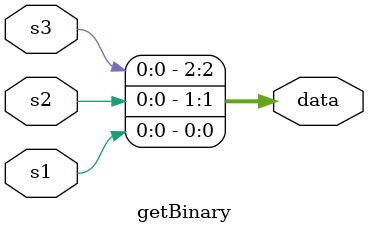
<source format=v>
`timescale 1ns / 1ps


module getBinary(
    output [2:0]data,
    input s1,
    input s2,
    input s3
    );
    assign data[0]=s1;
    assign data[1]=s2;
    assign data[2]=s3;
endmodule

</source>
